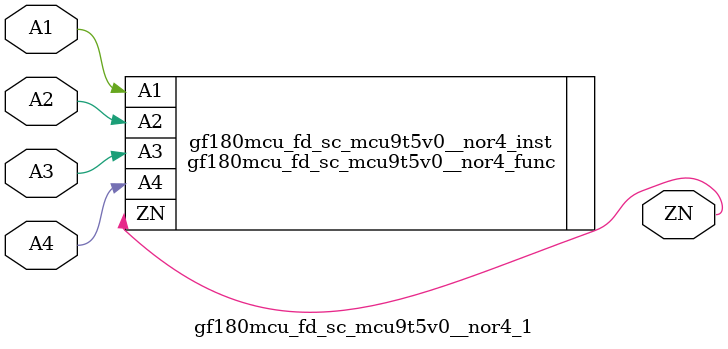
<source format=v>

`ifndef GF180MCU_FD_SC_MCU9T5V0__NOR4_1_V
`define GF180MCU_FD_SC_MCU9T5V0__NOR4_1_V

`include "gf180mcu_fd_sc_mcu9t5v0__nor4.v"

`ifdef USE_POWER_PINS
module gf180mcu_fd_sc_mcu9t5v0__nor4_1( A4, ZN, A3, A2, A1, VDD, VSS );
inout VDD, VSS;
`else // If not USE_POWER_PINS
module gf180mcu_fd_sc_mcu9t5v0__nor4_1( A4, ZN, A3, A2, A1 );
`endif // If not USE_POWER_PINS
input A1, A2, A3, A4;
output ZN;

`ifdef USE_POWER_PINS
  gf180mcu_fd_sc_mcu9t5v0__nor4_func gf180mcu_fd_sc_mcu9t5v0__nor4_inst(.A4(A4),.ZN(ZN),.A3(A3),.A2(A2),.A1(A1),.VDD(VDD),.VSS(VSS));
`else // If not USE_POWER_PINS
  gf180mcu_fd_sc_mcu9t5v0__nor4_func gf180mcu_fd_sc_mcu9t5v0__nor4_inst(.A4(A4),.ZN(ZN),.A3(A3),.A2(A2),.A1(A1));
`endif // If not USE_POWER_PINS

`ifndef FUNCTIONAL
	// spec_gates_begin


	// spec_gates_end



   specify

	// specify_block_begin

	// comb arc A1 --> ZN
	 (A1 => ZN) = (1.0,1.0);

	// comb arc A2 --> ZN
	 (A2 => ZN) = (1.0,1.0);

	// comb arc A3 --> ZN
	 (A3 => ZN) = (1.0,1.0);

	// comb arc A4 --> ZN
	 (A4 => ZN) = (1.0,1.0);

	// specify_block_end

   endspecify

   `endif

endmodule
`endif // GF180MCU_FD_SC_MCU9T5V0__NOR4_1_V

</source>
